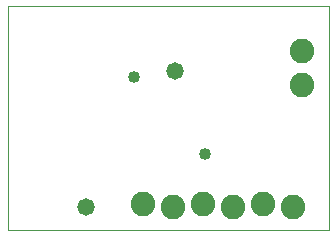
<source format=gbs>
G75*
%MOIN*%
%OFA0B0*%
%FSLAX24Y24*%
%IPPOS*%
%LPD*%
%AMOC8*
5,1,8,0,0,1.08239X$1,22.5*
%
%ADD10C,0.0000*%
%ADD11C,0.0820*%
%ADD12C,0.0580*%
%ADD13C,0.0400*%
D10*
X000100Y000100D02*
X000100Y007588D01*
X010785Y007588D01*
X010785Y000100D01*
X000100Y000100D01*
D11*
X004604Y000987D03*
X005604Y000887D03*
X006604Y000987D03*
X007604Y000887D03*
X008604Y000987D03*
X009604Y000887D03*
X009899Y004936D03*
X009899Y006076D03*
D12*
X005667Y005415D03*
X002714Y000887D03*
D13*
X006651Y002659D03*
X004289Y005218D03*
M02*

</source>
